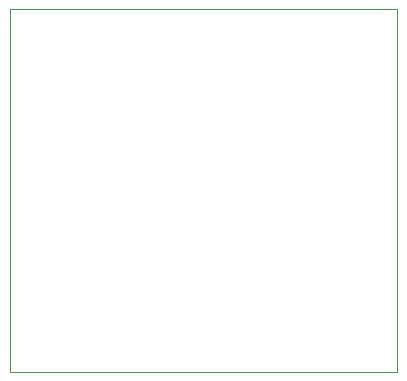
<source format=gm1>
%TF.GenerationSoftware,KiCad,Pcbnew,8.0.8*%
%TF.CreationDate,2025-02-12T15:11:31-05:00*%
%TF.ProjectId,pa-test-board,70612d74-6573-4742-9d62-6f6172642e6b,rev?*%
%TF.SameCoordinates,Original*%
%TF.FileFunction,Profile,NP*%
%FSLAX46Y46*%
G04 Gerber Fmt 4.6, Leading zero omitted, Abs format (unit mm)*
G04 Created by KiCad (PCBNEW 8.0.8) date 2025-02-12 15:11:31*
%MOMM*%
%LPD*%
G01*
G04 APERTURE LIST*
%TA.AperFunction,Profile*%
%ADD10C,0.050000*%
%TD*%
G04 APERTURE END LIST*
D10*
X134077450Y-92150000D02*
X166877450Y-92150000D01*
X166877450Y-122850000D01*
X134077450Y-122850000D01*
X134077450Y-92150000D01*
M02*

</source>
